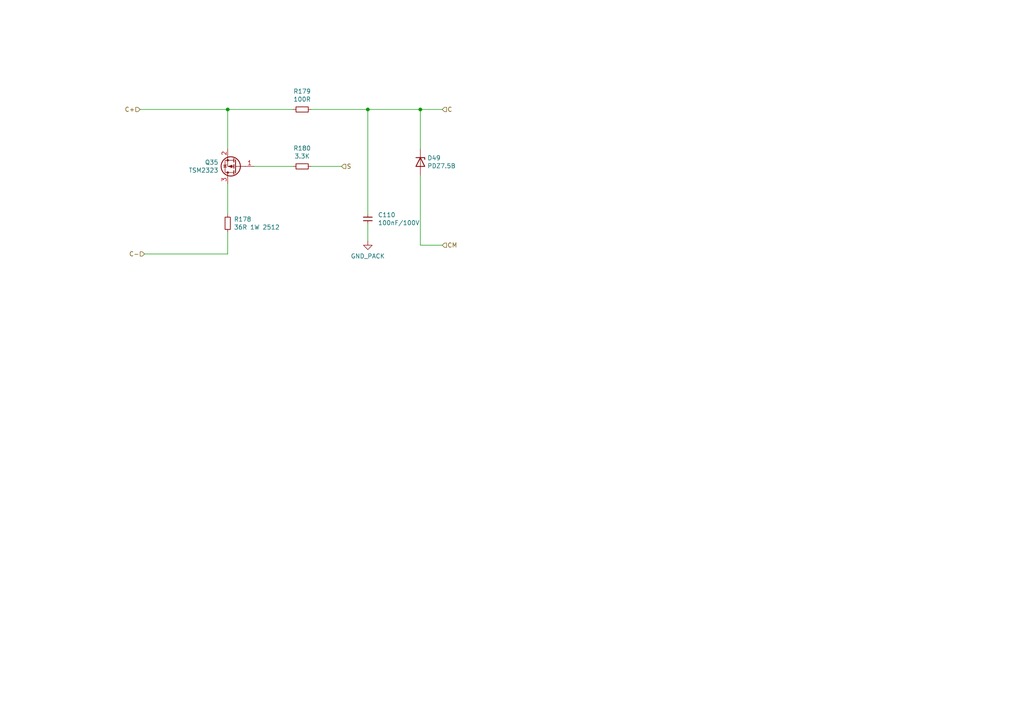
<source format=kicad_sch>
(kicad_sch
	(version 20231120)
	(generator "eeschema")
	(generator_version "8.0")
	(uuid "b617f54a-d595-416e-a403-41f59b27f156")
	(paper "A4")
	(title_block
		(date "2023-10-19")
		(rev "V0.1")
		(company "teTra")
	)
	(lib_symbols
		(symbol "Library:C"
			(pin_numbers hide)
			(pin_names
				(offset 0.254)
			)
			(exclude_from_sim no)
			(in_bom yes)
			(on_board yes)
			(property "Reference" "C"
				(at 0.635 2.54 0)
				(effects
					(font
						(size 1.27 1.27)
					)
					(justify left)
				)
			)
			(property "Value" "C"
				(at 0.635 -2.54 0)
				(effects
					(font
						(size 1.27 1.27)
					)
					(justify left)
				)
			)
			(property "Footprint" ""
				(at 0.9652 -3.81 0)
				(effects
					(font
						(size 1.27 1.27)
					)
					(hide yes)
				)
			)
			(property "Datasheet" "~"
				(at 0 0 0)
				(effects
					(font
						(size 1.27 1.27)
					)
					(hide yes)
				)
			)
			(property "Description" "Unpolarized capacitor"
				(at 0 0 0)
				(effects
					(font
						(size 1.27 1.27)
					)
					(hide yes)
				)
			)
			(property "ki_keywords" "cap capacitor"
				(at 0 0 0)
				(effects
					(font
						(size 1.27 1.27)
					)
					(hide yes)
				)
			)
			(property "ki_fp_filters" "C_*"
				(at 0 0 0)
				(effects
					(font
						(size 1.27 1.27)
					)
					(hide yes)
				)
			)
			(symbol "C_1_1"
				(polyline
					(pts
						(xy -1.27 -0.508) (xy 1.27 -0.508)
					)
					(stroke
						(width 0.254)
						(type default)
					)
					(fill
						(type none)
					)
				)
				(polyline
					(pts
						(xy -1.27 0.508) (xy 1.27 0.508)
					)
					(stroke
						(width 0.254)
						(type default)
					)
					(fill
						(type none)
					)
				)
				(pin passive line
					(at 0 1.27 270)
					(length 0.762)
					(name "~"
						(effects
							(font
								(size 1.27 1.27)
							)
						)
					)
					(number "1"
						(effects
							(font
								(size 1.27 1.27)
							)
						)
					)
				)
				(pin passive line
					(at 0 -1.27 90)
					(length 0.762)
					(name "~"
						(effects
							(font
								(size 1.27 1.27)
							)
						)
					)
					(number "2"
						(effects
							(font
								(size 1.27 1.27)
							)
						)
					)
				)
			)
		)
		(symbol "Library:D_Zener"
			(pin_numbers hide)
			(pin_names
				(offset 1.016) hide)
			(exclude_from_sim no)
			(in_bom yes)
			(on_board yes)
			(property "Reference" "D"
				(at 0 2.54 0)
				(effects
					(font
						(size 1.27 1.27)
					)
				)
			)
			(property "Value" "D_Zener"
				(at 0 -2.54 0)
				(effects
					(font
						(size 1.27 1.27)
					)
				)
			)
			(property "Footprint" ""
				(at 0 0 0)
				(effects
					(font
						(size 1.27 1.27)
					)
					(hide yes)
				)
			)
			(property "Datasheet" "~"
				(at 0 0 0)
				(effects
					(font
						(size 1.27 1.27)
					)
					(hide yes)
				)
			)
			(property "Description" "Zener diode"
				(at 0 0 0)
				(effects
					(font
						(size 1.27 1.27)
					)
					(hide yes)
				)
			)
			(property "ki_keywords" "diode"
				(at 0 0 0)
				(effects
					(font
						(size 1.27 1.27)
					)
					(hide yes)
				)
			)
			(property "ki_fp_filters" "TO-???* *_Diode_* *SingleDiode* D_*"
				(at 0 0 0)
				(effects
					(font
						(size 1.27 1.27)
					)
					(hide yes)
				)
			)
			(symbol "D_Zener_0_1"
				(polyline
					(pts
						(xy 1.27 0) (xy -1.27 0)
					)
					(stroke
						(width 0)
						(type default)
					)
					(fill
						(type none)
					)
				)
				(polyline
					(pts
						(xy -1.27 -1.27) (xy -1.27 1.27) (xy -0.762 1.27)
					)
					(stroke
						(width 0.254)
						(type default)
					)
					(fill
						(type none)
					)
				)
				(polyline
					(pts
						(xy 1.27 -1.27) (xy 1.27 1.27) (xy -1.27 0) (xy 1.27 -1.27)
					)
					(stroke
						(width 0.254)
						(type default)
					)
					(fill
						(type none)
					)
				)
			)
			(symbol "D_Zener_1_1"
				(pin passive line
					(at -3.81 0 0)
					(length 2.54)
					(name "K"
						(effects
							(font
								(size 1.27 1.27)
							)
						)
					)
					(number "1"
						(effects
							(font
								(size 1.27 1.27)
							)
						)
					)
				)
				(pin passive line
					(at 3.81 0 180)
					(length 2.54)
					(name "A"
						(effects
							(font
								(size 1.27 1.27)
							)
						)
					)
					(number "2"
						(effects
							(font
								(size 1.27 1.27)
							)
						)
					)
				)
			)
		)
		(symbol "Library:GND_PACK"
			(power)
			(pin_names
				(offset 0)
			)
			(exclude_from_sim no)
			(in_bom yes)
			(on_board yes)
			(property "Reference" "#PWR"
				(at 0 -6.35 0)
				(effects
					(font
						(size 1.27 1.27)
					)
					(hide yes)
				)
			)
			(property "Value" "GND_PACK"
				(at 0 -3.81 0)
				(effects
					(font
						(size 1.27 1.27)
					)
				)
			)
			(property "Footprint" ""
				(at 0 0 0)
				(effects
					(font
						(size 1.27 1.27)
					)
					(hide yes)
				)
			)
			(property "Datasheet" ""
				(at 0 0 0)
				(effects
					(font
						(size 1.27 1.27)
					)
					(hide yes)
				)
			)
			(property "Description" "Power symbol creates a global label with name \"GND_PACK\" , ground"
				(at 0 0 0)
				(effects
					(font
						(size 1.27 1.27)
					)
					(hide yes)
				)
			)
			(property "ki_keywords" "global power"
				(at 0 0 0)
				(effects
					(font
						(size 1.27 1.27)
					)
					(hide yes)
				)
			)
			(symbol "GND_PACK_0_1"
				(polyline
					(pts
						(xy 0 0) (xy 0 -1.27) (xy 1.27 -1.27) (xy 0 -2.54) (xy -1.27 -1.27) (xy 0 -1.27)
					)
					(stroke
						(width 0)
						(type default)
					)
					(fill
						(type none)
					)
				)
			)
			(symbol "GND_PACK_1_1"
				(pin power_in line
					(at 0 0 270)
					(length 0) hide
					(name "GND_PACK"
						(effects
							(font
								(size 1.27 1.27)
							)
						)
					)
					(number "1"
						(effects
							(font
								(size 1.27 1.27)
							)
						)
					)
				)
			)
		)
		(symbol "Library:Q_PMOS_GSD"
			(pin_names
				(offset 0) hide)
			(exclude_from_sim no)
			(in_bom yes)
			(on_board yes)
			(property "Reference" "Q"
				(at 5.08 1.27 0)
				(effects
					(font
						(size 1.27 1.27)
					)
					(justify left)
				)
			)
			(property "Value" "Q_PMOS_GSD"
				(at 5.08 -1.27 0)
				(effects
					(font
						(size 1.27 1.27)
					)
					(justify left)
				)
			)
			(property "Footprint" ""
				(at 5.08 2.54 0)
				(effects
					(font
						(size 1.27 1.27)
					)
					(hide yes)
				)
			)
			(property "Datasheet" "~"
				(at 0 0 0)
				(effects
					(font
						(size 1.27 1.27)
					)
					(hide yes)
				)
			)
			(property "Description" "P-MOSFET transistor, gate/source/drain"
				(at 0 0 0)
				(effects
					(font
						(size 1.27 1.27)
					)
					(hide yes)
				)
			)
			(property "ki_keywords" "transistor PMOS P-MOS P-MOSFET"
				(at 0 0 0)
				(effects
					(font
						(size 1.27 1.27)
					)
					(hide yes)
				)
			)
			(symbol "Q_PMOS_GSD_0_1"
				(polyline
					(pts
						(xy 0.254 0) (xy -2.54 0)
					)
					(stroke
						(width 0)
						(type default)
					)
					(fill
						(type none)
					)
				)
				(polyline
					(pts
						(xy 0.254 1.905) (xy 0.254 -1.905)
					)
					(stroke
						(width 0.254)
						(type default)
					)
					(fill
						(type none)
					)
				)
				(polyline
					(pts
						(xy 0.762 -1.27) (xy 0.762 -2.286)
					)
					(stroke
						(width 0.254)
						(type default)
					)
					(fill
						(type none)
					)
				)
				(polyline
					(pts
						(xy 0.762 0.508) (xy 0.762 -0.508)
					)
					(stroke
						(width 0.254)
						(type default)
					)
					(fill
						(type none)
					)
				)
				(polyline
					(pts
						(xy 0.762 2.286) (xy 0.762 1.27)
					)
					(stroke
						(width 0.254)
						(type default)
					)
					(fill
						(type none)
					)
				)
				(polyline
					(pts
						(xy 2.54 2.54) (xy 2.54 1.778)
					)
					(stroke
						(width 0)
						(type default)
					)
					(fill
						(type none)
					)
				)
				(polyline
					(pts
						(xy 2.54 -2.54) (xy 2.54 0) (xy 0.762 0)
					)
					(stroke
						(width 0)
						(type default)
					)
					(fill
						(type none)
					)
				)
				(polyline
					(pts
						(xy 0.762 1.778) (xy 3.302 1.778) (xy 3.302 -1.778) (xy 0.762 -1.778)
					)
					(stroke
						(width 0)
						(type default)
					)
					(fill
						(type none)
					)
				)
				(polyline
					(pts
						(xy 2.286 0) (xy 1.27 0.381) (xy 1.27 -0.381) (xy 2.286 0)
					)
					(stroke
						(width 0)
						(type default)
					)
					(fill
						(type outline)
					)
				)
				(polyline
					(pts
						(xy 2.794 -0.508) (xy 2.921 -0.381) (xy 3.683 -0.381) (xy 3.81 -0.254)
					)
					(stroke
						(width 0)
						(type default)
					)
					(fill
						(type none)
					)
				)
				(polyline
					(pts
						(xy 3.302 -0.381) (xy 2.921 0.254) (xy 3.683 0.254) (xy 3.302 -0.381)
					)
					(stroke
						(width 0)
						(type default)
					)
					(fill
						(type none)
					)
				)
				(circle
					(center 1.651 0)
					(radius 2.794)
					(stroke
						(width 0.254)
						(type default)
					)
					(fill
						(type none)
					)
				)
				(circle
					(center 2.54 -1.778)
					(radius 0.254)
					(stroke
						(width 0)
						(type default)
					)
					(fill
						(type outline)
					)
				)
				(circle
					(center 2.54 1.778)
					(radius 0.254)
					(stroke
						(width 0)
						(type default)
					)
					(fill
						(type outline)
					)
				)
			)
			(symbol "Q_PMOS_GSD_1_1"
				(pin input line
					(at -5.08 0 0)
					(length 2.54)
					(name "G"
						(effects
							(font
								(size 1.27 1.27)
							)
						)
					)
					(number "1"
						(effects
							(font
								(size 1.27 1.27)
							)
						)
					)
				)
				(pin passive line
					(at 2.54 -5.08 90)
					(length 2.54)
					(name "S"
						(effects
							(font
								(size 1.27 1.27)
							)
						)
					)
					(number "2"
						(effects
							(font
								(size 1.27 1.27)
							)
						)
					)
				)
				(pin passive line
					(at 2.54 5.08 270)
					(length 2.54)
					(name "D"
						(effects
							(font
								(size 1.27 1.27)
							)
						)
					)
					(number "3"
						(effects
							(font
								(size 1.27 1.27)
							)
						)
					)
				)
			)
		)
		(symbol "Library:R_Small"
			(pin_numbers hide)
			(pin_names
				(offset 0.254) hide)
			(exclude_from_sim no)
			(in_bom yes)
			(on_board yes)
			(property "Reference" "R"
				(at 0.762 0.508 0)
				(effects
					(font
						(size 1.27 1.27)
					)
					(justify left)
				)
			)
			(property "Value" "R_Small"
				(at 0.762 -1.016 0)
				(effects
					(font
						(size 1.27 1.27)
					)
					(justify left)
				)
			)
			(property "Footprint" ""
				(at 0 0 0)
				(effects
					(font
						(size 1.27 1.27)
					)
					(hide yes)
				)
			)
			(property "Datasheet" "~"
				(at 0 0 0)
				(effects
					(font
						(size 1.27 1.27)
					)
					(hide yes)
				)
			)
			(property "Description" "Resistor, small symbol"
				(at 0 0 0)
				(effects
					(font
						(size 1.27 1.27)
					)
					(hide yes)
				)
			)
			(property "ki_keywords" "R resistor"
				(at 0 0 0)
				(effects
					(font
						(size 1.27 1.27)
					)
					(hide yes)
				)
			)
			(property "ki_fp_filters" "R_*"
				(at 0 0 0)
				(effects
					(font
						(size 1.27 1.27)
					)
					(hide yes)
				)
			)
			(symbol "R_Small_0_1"
				(rectangle
					(start -0.762 1.778)
					(end 0.762 -1.778)
					(stroke
						(width 0.2032)
						(type default)
					)
					(fill
						(type none)
					)
				)
			)
			(symbol "R_Small_1_1"
				(pin passive line
					(at 0 2.54 270)
					(length 0.762)
					(name "~"
						(effects
							(font
								(size 1.27 1.27)
							)
						)
					)
					(number "1"
						(effects
							(font
								(size 1.27 1.27)
							)
						)
					)
				)
				(pin passive line
					(at 0 -2.54 90)
					(length 0.762)
					(name "~"
						(effects
							(font
								(size 1.27 1.27)
							)
						)
					)
					(number "2"
						(effects
							(font
								(size 1.27 1.27)
							)
						)
					)
				)
			)
		)
	)
	(junction
		(at 121.92 31.75)
		(diameter 0)
		(color 0 0 0 0)
		(uuid "5a41a0a9-4a65-4203-9379-8b75415dce6d")
	)
	(junction
		(at 106.68 31.75)
		(diameter 0)
		(color 0 0 0 0)
		(uuid "5f139e44-093e-43a7-a558-f20763f89a8f")
	)
	(junction
		(at 66.04 31.75)
		(diameter 0)
		(color 0 0 0 0)
		(uuid "b3215ab0-2cfc-4375-9f4b-50ddd3c00b07")
	)
	(wire
		(pts
			(xy 66.04 67.31) (xy 66.04 73.66)
		)
		(stroke
			(width 0)
			(type default)
		)
		(uuid "00449964-0469-4a40-8a7e-3261f8f4212d")
	)
	(wire
		(pts
			(xy 41.91 73.66) (xy 66.04 73.66)
		)
		(stroke
			(width 0)
			(type default)
		)
		(uuid "20aa87fc-cf9a-4f23-a711-cae9932a4116")
	)
	(wire
		(pts
			(xy 121.92 31.75) (xy 128.27 31.75)
		)
		(stroke
			(width 0)
			(type default)
		)
		(uuid "28efcf94-7f38-4e5a-9267-04afb8c9b61c")
	)
	(wire
		(pts
			(xy 106.68 31.75) (xy 106.68 62.23)
		)
		(stroke
			(width 0)
			(type default)
		)
		(uuid "3afca798-79e6-4583-9d91-d7af3342a090")
	)
	(wire
		(pts
			(xy 121.92 50.8) (xy 121.92 71.12)
		)
		(stroke
			(width 0)
			(type default)
		)
		(uuid "5d96c59a-744d-401f-b160-d49ad2c7fb37")
	)
	(wire
		(pts
			(xy 66.04 53.34) (xy 66.04 62.23)
		)
		(stroke
			(width 0)
			(type default)
		)
		(uuid "685fa693-2cd3-4577-ac16-caf4cb0af852")
	)
	(wire
		(pts
			(xy 90.17 48.26) (xy 99.06 48.26)
		)
		(stroke
			(width 0)
			(type default)
		)
		(uuid "980ada39-89b2-4e8d-ac5d-5e63b8225a22")
	)
	(wire
		(pts
			(xy 106.68 64.77) (xy 106.68 69.85)
		)
		(stroke
			(width 0)
			(type default)
		)
		(uuid "9e847583-a3ad-4aa2-b215-b0583e9cd0e7")
	)
	(wire
		(pts
			(xy 90.17 31.75) (xy 106.68 31.75)
		)
		(stroke
			(width 0)
			(type default)
		)
		(uuid "d50952f2-e7b8-4d22-94ed-f1fb55d03bc9")
	)
	(wire
		(pts
			(xy 121.92 71.12) (xy 128.27 71.12)
		)
		(stroke
			(width 0)
			(type default)
		)
		(uuid "e4f48ee0-1025-4c78-bcb3-94534fa4edbc")
	)
	(wire
		(pts
			(xy 106.68 31.75) (xy 121.92 31.75)
		)
		(stroke
			(width 0)
			(type default)
		)
		(uuid "e53e0e6b-cb7c-4c17-b15b-9cafe4dfdcbe")
	)
	(wire
		(pts
			(xy 66.04 31.75) (xy 66.04 43.18)
		)
		(stroke
			(width 0)
			(type default)
		)
		(uuid "e5b313e2-7811-4969-b2bd-2198c88a4048")
	)
	(wire
		(pts
			(xy 66.04 31.75) (xy 85.09 31.75)
		)
		(stroke
			(width 0)
			(type default)
		)
		(uuid "eb2cd8c9-4878-4dc2-a6ce-f0eb2d55dcc9")
	)
	(wire
		(pts
			(xy 40.64 31.75) (xy 66.04 31.75)
		)
		(stroke
			(width 0)
			(type default)
		)
		(uuid "f172ebd6-a074-4a52-9a82-d6e8207c0df7")
	)
	(wire
		(pts
			(xy 73.66 48.26) (xy 85.09 48.26)
		)
		(stroke
			(width 0)
			(type default)
		)
		(uuid "f6c39dd0-8257-4df2-8246-2b7c82daa4a9")
	)
	(wire
		(pts
			(xy 121.92 43.18) (xy 121.92 31.75)
		)
		(stroke
			(width 0)
			(type default)
		)
		(uuid "fdd47970-c072-4da4-8644-8bf011c6214b")
	)
	(hierarchical_label "S"
		(shape input)
		(at 99.06 48.26 0)
		(fields_autoplaced yes)
		(effects
			(font
				(size 1.27 1.27)
			)
			(justify left)
		)
		(uuid "4a6bbecf-03f6-4c06-bb2e-550e96c8bdbc")
	)
	(hierarchical_label "C"
		(shape input)
		(at 128.27 31.75 0)
		(fields_autoplaced yes)
		(effects
			(font
				(size 1.27 1.27)
			)
			(justify left)
		)
		(uuid "4d348356-9c8b-4d14-82b9-f6a543218144")
	)
	(hierarchical_label "C+"
		(shape input)
		(at 40.64 31.75 180)
		(fields_autoplaced yes)
		(effects
			(font
				(size 1.27 1.27)
			)
			(justify right)
		)
		(uuid "4dda22f8-6091-4ff5-af73-cb7c121ff4d7")
	)
	(hierarchical_label "C-"
		(shape input)
		(at 41.91 73.66 180)
		(fields_autoplaced yes)
		(effects
			(font
				(size 1.27 1.27)
			)
			(justify right)
		)
		(uuid "7558b255-b61b-4ec0-9d0f-5f1770b52780")
	)
	(hierarchical_label "CM"
		(shape input)
		(at 128.27 71.12 0)
		(fields_autoplaced yes)
		(effects
			(font
				(size 1.27 1.27)
			)
			(justify left)
		)
		(uuid "9cc79c65-54f9-43ba-9363-91facd3e8160")
	)
	(symbol
		(lib_id "Library:Q_PMOS_GSD")
		(at 68.58 48.26 180)
		(unit 1)
		(exclude_from_sim no)
		(in_bom yes)
		(on_board yes)
		(dnp no)
		(uuid "0521340c-6875-40b5-8f4e-658aa854575c")
		(property "Reference" "Q35"
			(at 63.373 47.0916 0)
			(effects
				(font
					(size 1.27 1.27)
				)
				(justify left)
			)
		)
		(property "Value" "TSM2323"
			(at 63.373 49.403 0)
			(effects
				(font
					(size 1.27 1.27)
				)
				(justify left)
			)
		)
		(property "Footprint" "Library:SOT-23"
			(at 63.5 50.8 0)
			(effects
				(font
					(size 1.27 1.27)
				)
				(hide yes)
			)
		)
		(property "Datasheet" "https://www.taiwansemi.com/assets/uploads/datasheet/TSM2323_F15.pdf"
			(at 68.58 48.26 0)
			(effects
				(font
					(size 1.27 1.27)
				)
				(hide yes)
			)
		)
		(property "Description" "P-Channel 20 V 4.7A (Ta) 1.25W (Ta) Surface Mount SOT-23"
			(at 68.58 48.26 0)
			(effects
				(font
					(size 1.27 1.27)
				)
				(hide yes)
			)
		)
		(property "MPN" "TSM2323CX RFG "
			(at 68.58 48.26 0)
			(effects
				(font
					(size 1.27 1.27)
				)
				(hide yes)
			)
		)
		(property "Link" "https://www.digikey.jp/en/products/detail/taiwan-semiconductor-corporation/TSM2323CX-RFG/7360264?s=N4IgTCBcDaICoGUCyYDMaDCANABAJQDEBxHEAXQF8g"
			(at 68.58 48.26 0)
			(effects
				(font
					(size 1.27 1.27)
				)
				(hide yes)
			)
		)
		(pin "1"
			(uuid "08f7f034-034c-4b79-9908-9ee9975e8cf3")
		)
		(pin "2"
			(uuid "a30abd4e-c9e7-4051-88c0-ad20bbda6b2e")
		)
		(pin "3"
			(uuid "d028f829-69ee-480d-b6be-d66d929a2d96")
		)
		(instances
			(project "LTC6811_ESP32_V5_Slaves"
				(path "/6a86ff6f-b159-4c4c-8a40-e732cc82e010/8dcdaece-7c1b-4629-ae51-205a4789978e/1dd4e547-fc35-4955-ac47-4747a0fc9442"
					(reference "Q35")
					(unit 1)
				)
				(path "/6a86ff6f-b159-4c4c-8a40-e732cc82e010/8dcdaece-7c1b-4629-ae51-205a4789978e/86f6d45a-5e24-49ba-a828-e7e0c9ed1174"
					(reference "Q39")
					(unit 1)
				)
				(path "/6a86ff6f-b159-4c4c-8a40-e732cc82e010/8dcdaece-7c1b-4629-ae51-205a4789978e/88fe1454-dda3-4245-bb35-f0cc9781ecd5"
					(reference "Q33")
					(unit 1)
				)
				(path "/6a86ff6f-b159-4c4c-8a40-e732cc82e010/8dcdaece-7c1b-4629-ae51-205a4789978e/9569fabc-8bc8-4778-93ad-569b511a6268"
					(reference "Q37")
					(unit 1)
				)
				(path "/6a86ff6f-b159-4c4c-8a40-e732cc82e010/8dcdaece-7c1b-4629-ae51-205a4789978e/960b0768-f2d3-43cf-bbbe-fa05cb3ec170"
					(reference "Q31")
					(unit 1)
				)
				(path "/6a86ff6f-b159-4c4c-8a40-e732cc82e010/8dcdaece-7c1b-4629-ae51-205a4789978e/ad53f63e-2814-4d4d-8759-4dd124725a25"
					(reference "Q36")
					(unit 1)
				)
				(path "/6a86ff6f-b159-4c4c-8a40-e732cc82e010/8dcdaece-7c1b-4629-ae51-205a4789978e/bf541923-54df-4690-b604-2afa5c7277ba"
					(reference "Q28")
					(unit 1)
				)
				(path "/6a86ff6f-b159-4c4c-8a40-e732cc82e010/8dcdaece-7c1b-4629-ae51-205a4789978e/cbb58d65-e757-4e3a-8f91-5c063223aea8"
					(reference "Q30")
					(unit 1)
				)
				(path "/6a86ff6f-b159-4c4c-8a40-e732cc82e010/8dcdaece-7c1b-4629-ae51-205a4789978e/cc04779a-ba7a-46c7-bef8-d77cc5c64922"
					(reference "Q38")
					(unit 1)
				)
				(path "/6a86ff6f-b159-4c4c-8a40-e732cc82e010/8dcdaece-7c1b-4629-ae51-205a4789978e/d4694858-a796-41db-832b-1867e540b3b3"
					(reference "Q32")
					(unit 1)
				)
				(path "/6a86ff6f-b159-4c4c-8a40-e732cc82e010/8dcdaece-7c1b-4629-ae51-205a4789978e/d9762028-d94c-4ba7-b7fe-bc0d1c4ef345"
					(reference "Q29")
					(unit 1)
				)
				(path "/6a86ff6f-b159-4c4c-8a40-e732cc82e010/8dcdaece-7c1b-4629-ae51-205a4789978e/e55a3fb5-5fd6-4081-9e8a-2425e26461bb"
					(reference "Q34")
					(unit 1)
				)
				(path "/6a86ff6f-b159-4c4c-8a40-e732cc82e010/bb601898-46c8-4403-885b-362bd798b157/1dd4e547-fc35-4955-ac47-4747a0fc9442"
					(reference "Q48")
					(unit 1)
				)
				(path "/6a86ff6f-b159-4c4c-8a40-e732cc82e010/bb601898-46c8-4403-885b-362bd798b157/86f6d45a-5e24-49ba-a828-e7e0c9ed1174"
					(reference "Q52")
					(unit 1)
				)
				(path "/6a86ff6f-b159-4c4c-8a40-e732cc82e010/bb601898-46c8-4403-885b-362bd798b157/88fe1454-dda3-4245-bb35-f0cc9781ecd5"
					(reference "Q46")
					(unit 1)
				)
				(path "/6a86ff6f-b159-4c4c-8a40-e732cc82e010/bb601898-46c8-4403-885b-362bd798b157/9569fabc-8bc8-4778-93ad-569b511a6268"
					(reference "Q50")
					(unit 1)
				)
				(path "/6a86ff6f-b159-4c4c-8a40-e732cc82e010/bb601898-46c8-4403-885b-362bd798b157/960b0768-f2d3-43cf-bbbe-fa05cb3ec170"
					(reference "Q44")
					(unit 1)
				)
				(path "/6a86ff6f-b159-4c4c-8a40-e732cc82e010/bb601898-46c8-4403-885b-362bd798b157/ad53f63e-2814-4d4d-8759-4dd124725a25"
					(reference "Q49")
					(unit 1)
				)
				(path "/6a86ff6f-b159-4c4c-8a40-e732cc82e010/bb601898-46c8-4403-885b-362bd798b157/bf541923-54df-4690-b604-2afa5c7277ba"
					(reference "Q41")
					(unit 1)
				)
				(path "/6a86ff6f-b159-4c4c-8a40-e732cc82e010/bb601898-46c8-4403-885b-362bd798b157/cbb58d65-e757-4e3a-8f91-5c063223aea8"
					(reference "Q43")
					(unit 1)
				)
				(path "/6a86ff6f-b159-4c4c-8a40-e732cc82e010/bb601898-46c8-4403-885b-362bd798b157/cc04779a-ba7a-46c7-bef8-d77cc5c64922"
					(reference "Q51")
					(unit 1)
				)
				(path "/6a86ff6f-b159-4c4c-8a40-e732cc82e010/bb601898-46c8-4403-885b-362bd798b157/d4694858-a796-41db-832b-1867e540b3b3"
					(reference "Q45")
					(unit 1)
				)
				(path "/6a86ff6f-b159-4c4c-8a40-e732cc82e010/bb601898-46c8-4403-885b-362bd798b157/d9762028-d94c-4ba7-b7fe-bc0d1c4ef345"
					(reference "Q42")
					(unit 1)
				)
				(path "/6a86ff6f-b159-4c4c-8a40-e732cc82e010/bb601898-46c8-4403-885b-362bd798b157/e55a3fb5-5fd6-4081-9e8a-2425e26461bb"
					(reference "Q47")
					(unit 1)
				)
			)
		)
	)
	(symbol
		(lib_id "Library:GND_PACK")
		(at 106.68 69.85 0)
		(unit 1)
		(exclude_from_sim no)
		(in_bom yes)
		(on_board yes)
		(dnp no)
		(fields_autoplaced yes)
		(uuid "5d892bb2-6629-460c-a20d-058cbe4979bb")
		(property "Reference" "#PWR038"
			(at 106.68 76.2 0)
			(effects
				(font
					(size 1.27 1.27)
				)
				(hide yes)
			)
		)
		(property "Value" "GND_PACK"
			(at 106.68 74.295 0)
			(effects
				(font
					(size 1.27 1.27)
				)
			)
		)
		(property "Footprint" ""
			(at 106.68 69.85 0)
			(effects
				(font
					(size 1.27 1.27)
				)
				(hide yes)
			)
		)
		(property "Datasheet" ""
			(at 106.68 69.85 0)
			(effects
				(font
					(size 1.27 1.27)
				)
				(hide yes)
			)
		)
		(property "Description" "Power symbol creates a global label with name \"GND_PACK\" , ground"
			(at 106.68 69.85 0)
			(effects
				(font
					(size 1.27 1.27)
				)
				(hide yes)
			)
		)
		(pin "1"
			(uuid "476d5975-0bed-42b7-ada0-168b83f14b65")
		)
		(instances
			(project "LTC6811_ESP32_V5_Slaves"
				(path "/6a86ff6f-b159-4c4c-8a40-e732cc82e010/8dcdaece-7c1b-4629-ae51-205a4789978e/1dd4e547-fc35-4955-ac47-4747a0fc9442"
					(reference "#PWR038")
					(unit 1)
				)
				(path "/6a86ff6f-b159-4c4c-8a40-e732cc82e010/8dcdaece-7c1b-4629-ae51-205a4789978e/86f6d45a-5e24-49ba-a828-e7e0c9ed1174"
					(reference "#PWR029")
					(unit 1)
				)
				(path "/6a86ff6f-b159-4c4c-8a40-e732cc82e010/8dcdaece-7c1b-4629-ae51-205a4789978e/88fe1454-dda3-4245-bb35-f0cc9781ecd5"
					(reference "#PWR033")
					(unit 1)
				)
				(path "/6a86ff6f-b159-4c4c-8a40-e732cc82e010/8dcdaece-7c1b-4629-ae51-205a4789978e/9569fabc-8bc8-4778-93ad-569b511a6268"
					(reference "#PWR031")
					(unit 1)
				)
				(path "/6a86ff6f-b159-4c4c-8a40-e732cc82e010/8dcdaece-7c1b-4629-ae51-205a4789978e/960b0768-f2d3-43cf-bbbe-fa05cb3ec170"
					(reference "#PWR035")
					(unit 1)
				)
				(path "/6a86ff6f-b159-4c4c-8a40-e732cc82e010/8dcdaece-7c1b-4629-ae51-205a4789978e/ad53f63e-2814-4d4d-8759-4dd124725a25"
					(reference "#PWR032")
					(unit 1)
				)
				(path "/6a86ff6f-b159-4c4c-8a40-e732cc82e010/8dcdaece-7c1b-4629-ae51-205a4789978e/bf541923-54df-4690-b604-2afa5c7277ba"
					(reference "#PWR040")
					(unit 1)
				)
				(path "/6a86ff6f-b159-4c4c-8a40-e732cc82e010/8dcdaece-7c1b-4629-ae51-205a4789978e/cbb58d65-e757-4e3a-8f91-5c063223aea8"
					(reference "#PWR036")
					(unit 1)
				)
				(path "/6a86ff6f-b159-4c4c-8a40-e732cc82e010/8dcdaece-7c1b-4629-ae51-205a4789978e/cc04779a-ba7a-46c7-bef8-d77cc5c64922"
					(reference "#PWR030")
					(unit 1)
				)
				(path "/6a86ff6f-b159-4c4c-8a40-e732cc82e010/8dcdaece-7c1b-4629-ae51-205a4789978e/d4694858-a796-41db-832b-1867e540b3b3"
					(reference "#PWR034")
					(unit 1)
				)
				(path "/6a86ff6f-b159-4c4c-8a40-e732cc82e010/8dcdaece-7c1b-4629-ae51-205a4789978e/d9762028-d94c-4ba7-b7fe-bc0d1c4ef345"
					(reference "#PWR039")
					(unit 1)
				)
				(path "/6a86ff6f-b159-4c4c-8a40-e732cc82e010/8dcdaece-7c1b-4629-ae51-205a4789978e/e55a3fb5-5fd6-4081-9e8a-2425e26461bb"
					(reference "#PWR037")
					(unit 1)
				)
				(path "/6a86ff6f-b159-4c4c-8a40-e732cc82e010/bb601898-46c8-4403-885b-362bd798b157/1dd4e547-fc35-4955-ac47-4747a0fc9442"
					(reference "#PWR050")
					(unit 1)
				)
				(path "/6a86ff6f-b159-4c4c-8a40-e732cc82e010/bb601898-46c8-4403-885b-362bd798b157/86f6d45a-5e24-49ba-a828-e7e0c9ed1174"
					(reference "#PWR041")
					(unit 1)
				)
				(path "/6a86ff6f-b159-4c4c-8a40-e732cc82e010/bb601898-46c8-4403-885b-362bd798b157/88fe1454-dda3-4245-bb35-f0cc9781ecd5"
					(reference "#PWR045")
					(unit 1)
				)
				(path "/6a86ff6f-b159-4c4c-8a40-e732cc82e010/bb601898-46c8-4403-885b-362bd798b157/9569fabc-8bc8-4778-93ad-569b511a6268"
					(reference "#PWR043")
					(unit 1)
				)
				(path "/6a86ff6f-b159-4c4c-8a40-e732cc82e010/bb601898-46c8-4403-885b-362bd798b157/960b0768-f2d3-43cf-bbbe-fa05cb3ec170"
					(reference "#PWR047")
					(unit 1)
				)
				(path "/6a86ff6f-b159-4c4c-8a40-e732cc82e010/bb601898-46c8-4403-885b-362bd798b157/ad53f63e-2814-4d4d-8759-4dd124725a25"
					(reference "#PWR044")
					(unit 1)
				)
				(path "/6a86ff6f-b159-4c4c-8a40-e732cc82e010/bb601898-46c8-4403-885b-362bd798b157/bf541923-54df-4690-b604-2afa5c7277ba"
					(reference "#PWR052")
					(unit 1)
				)
				(path "/6a86ff6f-b159-4c4c-8a40-e732cc82e010/bb601898-46c8-4403-885b-362bd798b157/cbb58d65-e757-4e3a-8f91-5c063223aea8"
					(reference "#PWR048")
					(unit 1)
				)
				(path "/6a86ff6f-b159-4c4c-8a40-e732cc82e010/bb601898-46c8-4403-885b-362bd798b157/cc04779a-ba7a-46c7-bef8-d77cc5c64922"
					(reference "#PWR042")
					(unit 1)
				)
				(path "/6a86ff6f-b159-4c4c-8a40-e732cc82e010/bb601898-46c8-4403-885b-362bd798b157/d4694858-a796-41db-832b-1867e540b3b3"
					(reference "#PWR046")
					(unit 1)
				)
				(path "/6a86ff6f-b159-4c4c-8a40-e732cc82e010/bb601898-46c8-4403-885b-362bd798b157/d9762028-d94c-4ba7-b7fe-bc0d1c4ef345"
					(reference "#PWR051")
					(unit 1)
				)
				(path "/6a86ff6f-b159-4c4c-8a40-e732cc82e010/bb601898-46c8-4403-885b-362bd798b157/e55a3fb5-5fd6-4081-9e8a-2425e26461bb"
					(reference "#PWR049")
					(unit 1)
				)
			)
		)
	)
	(symbol
		(lib_id "Library:R_Small")
		(at 87.63 48.26 270)
		(unit 1)
		(exclude_from_sim no)
		(in_bom yes)
		(on_board yes)
		(dnp no)
		(uuid "5f2a1073-76ab-46f5-9581-e7e19e53c38d")
		(property "Reference" "R180"
			(at 87.63 43.0022 90)
			(effects
				(font
					(size 1.27 1.27)
				)
			)
		)
		(property "Value" "3.3K"
			(at 87.63 45.3136 90)
			(effects
				(font
					(size 1.27 1.27)
				)
			)
		)
		(property "Footprint" "Library:R_0603_1608Metric"
			(at 87.63 46.482 90)
			(effects
				(font
					(size 1.27 1.27)
				)
				(hide yes)
			)
		)
		(property "Datasheet" "https://www.yageo.com/upload/media/product/app/datasheet/rchip/pyu-rc_group_51_rohs_l.pdf"
			(at 87.63 48.26 0)
			(effects
				(font
					(size 1.27 1.27)
				)
				(hide yes)
			)
		)
		(property "Description" "3.3 kOhms ±1% 0.1W, 1/10W Chip Resistor 0603 (1608 Metric) Moisture Resistant Thick Film"
			(at 87.63 48.26 0)
			(effects
				(font
					(size 1.27 1.27)
				)
				(hide yes)
			)
		)
		(property "MPN" "RC0603FR-073K3L"
			(at 87.63 48.26 0)
			(effects
				(font
					(size 1.27 1.27)
				)
				(hide yes)
			)
		)
		(property "Link" "https://www.digikey.jp/en/products/detail/yageo/RC0603FR-073K3L/727126?s=N4IgTCBcDaIEoGEAMA2JBmAYnAtEg7OgNboAyIAugL5A"
			(at 87.63 48.26 0)
			(effects
				(font
					(size 1.27 1.27)
				)
				(hide yes)
			)
		)
		(pin "1"
			(uuid "f3d646c9-626a-45c7-a32d-e720a57389f4")
		)
		(pin "2"
			(uuid "7e9227a0-fab1-412e-9cd4-f589bb6dc6c1")
		)
		(instances
			(project "LTC6811_ESP32_V5_Slaves"
				(path "/6a86ff6f-b159-4c4c-8a40-e732cc82e010/8dcdaece-7c1b-4629-ae51-205a4789978e/1dd4e547-fc35-4955-ac47-4747a0fc9442"
					(reference "R180")
					(unit 1)
				)
				(path "/6a86ff6f-b159-4c4c-8a40-e732cc82e010/8dcdaece-7c1b-4629-ae51-205a4789978e/86f6d45a-5e24-49ba-a828-e7e0c9ed1174"
					(reference "R192")
					(unit 1)
				)
				(path "/6a86ff6f-b159-4c4c-8a40-e732cc82e010/8dcdaece-7c1b-4629-ae51-205a4789978e/88fe1454-dda3-4245-bb35-f0cc9781ecd5"
					(reference "R174")
					(unit 1)
				)
				(path "/6a86ff6f-b159-4c4c-8a40-e732cc82e010/8dcdaece-7c1b-4629-ae51-205a4789978e/9569fabc-8bc8-4778-93ad-569b511a6268"
					(reference "R186")
					(unit 1)
				)
				(path "/6a86ff6f-b159-4c4c-8a40-e732cc82e010/8dcdaece-7c1b-4629-ae51-205a4789978e/960b0768-f2d3-43cf-bbbe-fa05cb3ec170"
					(reference "R168")
					(unit 1)
				)
				(path "/6a86ff6f-b159-4c4c-8a40-e732cc82e010/8dcdaece-7c1b-4629-ae51-205a4789978e/ad53f63e-2814-4d4d-8759-4dd124725a25"
					(reference "R183")
					(unit 1)
				)
				(path "/6a86ff6f-b159-4c4c-8a40-e732cc82e010/8dcdaece-7c1b-4629-ae51-205a4789978e/bf541923-54df-4690-b604-2afa5c7277ba"
					(reference "R159")
					(unit 1)
				)
				(path "/6a86ff6f-b159-4c4c-8a40-e732cc82e010/8dcdaece-7c1b-4629-ae51-205a4789978e/cbb58d65-e757-4e3a-8f91-5c063223aea8"
					(reference "R165")
					(unit 1)
				)
				(path "/6a86ff6f-b159-4c4c-8a40-e732cc82e010/8dcdaece-7c1b-4629-ae51-205a4789978e/cc04779a-ba7a-46c7-bef8-d77cc5c64922"
					(reference "R189")
					(unit 1)
				)
				(path "/6a86ff6f-b159-4c4c-8a40-e732cc82e010/8dcdaece-7c1b-4629-ae51-205a4789978e/d4694858-a796-41db-832b-1867e540b3b3"
					(reference "R171")
					(unit 1)
				)
				(path "/6a86ff6f-b159-4c4c-8a40-e732cc82e010/8dcdaece-7c1b-4629-ae51-205a4789978e/d9762028-d94c-4ba7-b7fe-bc0d1c4ef345"
					(reference "R162")
					(unit 1)
				)
				(path "/6a86ff6f-b159-4c4c-8a40-e732cc82e010/8dcdaece-7c1b-4629-ae51-205a4789978e/e55a3fb5-5fd6-4081-9e8a-2425e26461bb"
					(reference "R177")
					(unit 1)
				)
				(path "/6a86ff6f-b159-4c4c-8a40-e732cc82e010/bb601898-46c8-4403-885b-362bd798b157/1dd4e547-fc35-4955-ac47-4747a0fc9442"
					(reference "R231")
					(unit 1)
				)
				(path "/6a86ff6f-b159-4c4c-8a40-e732cc82e010/bb601898-46c8-4403-885b-362bd798b157/86f6d45a-5e24-49ba-a828-e7e0c9ed1174"
					(reference "R243")
					(unit 1)
				)
				(path "/6a86ff6f-b159-4c4c-8a40-e732cc82e010/bb601898-46c8-4403-885b-362bd798b157/88fe1454-dda3-4245-bb35-f0cc9781ecd5"
					(reference "R225")
					(unit 1)
				)
				(path "/6a86ff6f-b159-4c4c-8a40-e732cc82e010/bb601898-46c8-4403-885b-362bd798b157/9569fabc-8bc8-4778-93ad-569b511a6268"
					(reference "R237")
					(unit 1)
				)
				(path "/6a86ff6f-b159-4c4c-8a40-e732cc82e010/bb601898-46c8-4403-885b-362bd798b157/960b0768-f2d3-43cf-bbbe-fa05cb3ec170"
					(reference "R219")
					(unit 1)
				)
				(path "/6a86ff6f-b159-4c4c-8a40-e732cc82e010/bb601898-46c8-4403-885b-362bd798b157/ad53f63e-2814-4d4d-8759-4dd124725a25"
					(reference "R234")
					(unit 1)
				)
				(path "/6a86ff6f-b159-4c4c-8a40-e732cc82e010/bb601898-46c8-4403-885b-362bd798b157/bf541923-54df-4690-b604-2afa5c7277ba"
					(reference "R210")
					(unit 1)
				)
				(path "/6a86ff6f-b159-4c4c-8a40-e732cc82e010/bb601898-46c8-4403-885b-362bd798b157/cbb58d65-e757-4e3a-8f91-5c063223aea8"
					(reference "R216")
					(unit 1)
				)
				(path "/6a86ff6f-b159-4c4c-8a40-e732cc82e010/bb601898-46c8-4403-885b-362bd798b157/cc04779a-ba7a-46c7-bef8-d77cc5c64922"
					(reference "R240")
					(unit 1)
				)
				(path "/6a86ff6f-b159-4c4c-8a40-e732cc82e010/bb601898-46c8-4403-885b-362bd798b157/d4694858-a796-41db-832b-1867e540b3b3"
					(reference "R222")
					(unit 1)
				)
				(path "/6a86ff6f-b159-4c4c-8a40-e732cc82e010/bb601898-46c8-4403-885b-362bd798b157/d9762028-d94c-4ba7-b7fe-bc0d1c4ef345"
					(reference "R213")
					(unit 1)
				)
				(path "/6a86ff6f-b159-4c4c-8a40-e732cc82e010/bb601898-46c8-4403-885b-362bd798b157/e55a3fb5-5fd6-4081-9e8a-2425e26461bb"
					(reference "R228")
					(unit 1)
				)
			)
		)
	)
	(symbol
		(lib_id "Library:C")
		(at 106.68 63.5 0)
		(unit 1)
		(exclude_from_sim no)
		(in_bom yes)
		(on_board yes)
		(dnp no)
		(uuid "b6a6273f-7685-4248-b1db-9f35a32326fb")
		(property "Reference" "C110"
			(at 109.601 62.3316 0)
			(effects
				(font
					(size 1.27 1.27)
				)
				(justify left)
			)
		)
		(property "Value" "100nF/100V"
			(at 109.601 64.643 0)
			(effects
				(font
					(size 1.27 1.27)
				)
				(justify left)
			)
		)
		(property "Footprint" "Library:C_0603_1608Metric"
			(at 107.6452 67.31 0)
			(effects
				(font
					(size 1.27 1.27)
				)
				(hide yes)
			)
		)
		(property "Datasheet" "https://www.digikey.jp/en/products/detail/samsung-electro-mechanics/CL10B104KC8NNNC/5961291?s=N4IgTCBcDaIMIBkCMAGAQqgLAaTgDgDki4AdEkAXQF8g"
			(at 106.68 63.5 0)
			(effects
				(font
					(size 1.27 1.27)
				)
				(hide yes)
			)
		)
		(property "Description" "0.1 µF ±10% 100V Ceramic Capacitor X7R 0603 (1608 Metric)"
			(at 106.68 63.5 0)
			(effects
				(font
					(size 1.27 1.27)
				)
				(hide yes)
			)
		)
		(property "MPN" "CL10B104KC8NNNC"
			(at 106.68 63.5 0)
			(effects
				(font
					(size 1.27 1.27)
				)
				(hide yes)
			)
		)
		(property "Link" "https://www.digikey.jp/en/products/detail/samsung-electro-mechanics/CL10B104KC8NNNC/5961291?s=N4IgTCBcDaIMIBkCMAGAQqgLAaTgDgDki4QBdAXyA"
			(at 106.68 63.5 0)
			(effects
				(font
					(size 1.27 1.27)
				)
				(hide yes)
			)
		)
		(pin "1"
			(uuid "07203b6f-30c8-4884-8df6-95dac3aeb4ac")
		)
		(pin "2"
			(uuid "5dbc106d-00d8-4be2-9049-6e5e901c98ed")
		)
		(instances
			(project "LTC6811_ESP32_V5_Slaves"
				(path "/6a86ff6f-b159-4c4c-8a40-e732cc82e010/8dcdaece-7c1b-4629-ae51-205a4789978e/1dd4e547-fc35-4955-ac47-4747a0fc9442"
					(reference "C110")
					(unit 1)
				)
				(path "/6a86ff6f-b159-4c4c-8a40-e732cc82e010/8dcdaece-7c1b-4629-ae51-205a4789978e/86f6d45a-5e24-49ba-a828-e7e0c9ed1174"
					(reference "C114")
					(unit 1)
				)
				(path "/6a86ff6f-b159-4c4c-8a40-e732cc82e010/8dcdaece-7c1b-4629-ae51-205a4789978e/88fe1454-dda3-4245-bb35-f0cc9781ecd5"
					(reference "C108")
					(unit 1)
				)
				(path "/6a86ff6f-b159-4c4c-8a40-e732cc82e010/8dcdaece-7c1b-4629-ae51-205a4789978e/9569fabc-8bc8-4778-93ad-569b511a6268"
					(reference "C112")
					(unit 1)
				)
				(path "/6a86ff6f-b159-4c4c-8a40-e732cc82e010/8dcdaece-7c1b-4629-ae51-205a4789978e/960b0768-f2d3-43cf-bbbe-fa05cb3ec170"
					(reference "C106")
					(unit 1)
				)
				(path "/6a86ff6f-b159-4c4c-8a40-e732cc82e010/8dcdaece-7c1b-4629-ae51-205a4789978e/ad53f63e-2814-4d4d-8759-4dd124725a25"
					(reference "C111")
					(unit 1)
				)
				(path "/6a86ff6f-b159-4c4c-8a40-e732cc82e010/8dcdaece-7c1b-4629-ae51-205a4789978e/bf541923-54df-4690-b604-2afa5c7277ba"
					(reference "C103")
					(unit 1)
				)
				(path "/6a86ff6f-b159-4c4c-8a40-e732cc82e010/8dcdaece-7c1b-4629-ae51-205a4789978e/cbb58d65-e757-4e3a-8f91-5c063223aea8"
					(reference "C105")
					(unit 1)
				)
				(path "/6a86ff6f-b159-4c4c-8a40-e732cc82e010/8dcdaece-7c1b-4629-ae51-205a4789978e/cc04779a-ba7a-46c7-bef8-d77cc5c64922"
					(reference "C113")
					(unit 1)
				)
				(path "/6a86ff6f-b159-4c4c-8a40-e732cc82e010/8dcdaece-7c1b-4629-ae51-205a4789978e/d4694858-a796-41db-832b-1867e540b3b3"
					(reference "C107")
					(unit 1)
				)
				(path "/6a86ff6f-b159-4c4c-8a40-e732cc82e010/8dcdaece-7c1b-4629-ae51-205a4789978e/d9762028-d94c-4ba7-b7fe-bc0d1c4ef345"
					(reference "C104")
					(unit 1)
				)
				(path "/6a86ff6f-b159-4c4c-8a40-e732cc82e010/8dcdaece-7c1b-4629-ae51-205a4789978e/e55a3fb5-5fd6-4081-9e8a-2425e26461bb"
					(reference "C109")
					(unit 1)
				)
				(path "/6a86ff6f-b159-4c4c-8a40-e732cc82e010/bb601898-46c8-4403-885b-362bd798b157/1dd4e547-fc35-4955-ac47-4747a0fc9442"
					(reference "C136")
					(unit 1)
				)
				(path "/6a86ff6f-b159-4c4c-8a40-e732cc82e010/bb601898-46c8-4403-885b-362bd798b157/86f6d45a-5e24-49ba-a828-e7e0c9ed1174"
					(reference "C140")
					(unit 1)
				)
				(path "/6a86ff6f-b159-4c4c-8a40-e732cc82e010/bb601898-46c8-4403-885b-362bd798b157/88fe1454-dda3-4245-bb35-f0cc9781ecd5"
					(reference "C134")
					(unit 1)
				)
				(path "/6a86ff6f-b159-4c4c-8a40-e732cc82e010/bb601898-46c8-4403-885b-362bd798b157/9569fabc-8bc8-4778-93ad-569b511a6268"
					(reference "C138")
					(unit 1)
				)
				(path "/6a86ff6f-b159-4c4c-8a40-e732cc82e010/bb601898-46c8-4403-885b-362bd798b157/960b0768-f2d3-43cf-bbbe-fa05cb3ec170"
					(reference "C132")
					(unit 1)
				)
				(path "/6a86ff6f-b159-4c4c-8a40-e732cc82e010/bb601898-46c8-4403-885b-362bd798b157/ad53f63e-2814-4d4d-8759-4dd124725a25"
					(reference "C137")
					(unit 1)
				)
				(path "/6a86ff6f-b159-4c4c-8a40-e732cc82e010/bb601898-46c8-4403-885b-362bd798b157/bf541923-54df-4690-b604-2afa5c7277ba"
					(reference "C129")
					(unit 1)
				)
				(path "/6a86ff6f-b159-4c4c-8a40-e732cc82e010/bb601898-46c8-4403-885b-362bd798b157/cbb58d65-e757-4e3a-8f91-5c063223aea8"
					(reference "C131")
					(unit 1)
				)
				(path "/6a86ff6f-b159-4c4c-8a40-e732cc82e010/bb601898-46c8-4403-885b-362bd798b157/cc04779a-ba7a-46c7-bef8-d77cc5c64922"
					(reference "C139")
					(unit 1)
				)
				(path "/6a86ff6f-b159-4c4c-8a40-e732cc82e010/bb601898-46c8-4403-885b-362bd798b157/d4694858-a796-41db-832b-1867e540b3b3"
					(reference "C133")
					(unit 1)
				)
				(path "/6a86ff6f-b159-4c4c-8a40-e732cc82e010/bb601898-46c8-4403-885b-362bd798b157/d9762028-d94c-4ba7-b7fe-bc0d1c4ef345"
					(reference "C130")
					(unit 1)
				)
				(path "/6a86ff6f-b159-4c4c-8a40-e732cc82e010/bb601898-46c8-4403-885b-362bd798b157/e55a3fb5-5fd6-4081-9e8a-2425e26461bb"
					(reference "C135")
					(unit 1)
				)
			)
		)
	)
	(symbol
		(lib_id "Library:R_Small")
		(at 66.04 64.77 180)
		(unit 1)
		(exclude_from_sim no)
		(in_bom yes)
		(on_board yes)
		(dnp no)
		(uuid "cf86cc3e-0bf9-498f-9c39-5ddc44f31eaf")
		(property "Reference" "R178"
			(at 67.818 63.6016 0)
			(effects
				(font
					(size 1.27 1.27)
				)
				(justify right)
			)
		)
		(property "Value" "36R 1W 2512"
			(at 67.818 65.913 0)
			(effects
				(font
					(size 1.27 1.27)
				)
				(justify right)
			)
		)
		(property "Footprint" "Library:R_2512_6332Metric"
			(at 67.818 64.77 90)
			(effects
				(font
					(size 1.27 1.27)
				)
				(hide yes)
			)
		)
		(property "Datasheet" "https://www.seielect.com/catalog/sei-rmcf_rmcp.pdf"
			(at 66.04 64.77 0)
			(effects
				(font
					(size 1.27 1.27)
				)
				(hide yes)
			)
		)
		(property "Description" "36 Ohms ±5% 1W Chip Resistor 2512 (6432 Metric) Automotive AEC-Q200 Thick Film"
			(at 66.04 64.77 0)
			(effects
				(font
					(size 1.27 1.27)
				)
				(hide yes)
			)
		)
		(property "MPN" "RTT25360JTE"
			(at 66.04 64.77 0)
			(effects
				(font
					(size 1.27 1.27)
				)
				(hide yes)
			)
		)
		(property "Link" "https://www.digikey.jp/en/products/detail/stackpole-electronics-inc/RMCF2512JT36R0/1716346"
			(at 66.04 64.77 0)
			(effects
				(font
					(size 1.27 1.27)
				)
				(hide yes)
			)
		)
		(pin "1"
			(uuid "fe704622-4778-4911-9fbb-cd8d6abdf2c7")
		)
		(pin "2"
			(uuid "a438a38c-abfb-4dd4-8315-c593227130c1")
		)
		(instances
			(project "LTC6811_ESP32_V5_Slaves"
				(path "/6a86ff6f-b159-4c4c-8a40-e732cc82e010/8dcdaece-7c1b-4629-ae51-205a4789978e/1dd4e547-fc35-4955-ac47-4747a0fc9442"
					(reference "R178")
					(unit 1)
				)
				(path "/6a86ff6f-b159-4c4c-8a40-e732cc82e010/8dcdaece-7c1b-4629-ae51-205a4789978e/86f6d45a-5e24-49ba-a828-e7e0c9ed1174"
					(reference "R190")
					(unit 1)
				)
				(path "/6a86ff6f-b159-4c4c-8a40-e732cc82e010/8dcdaece-7c1b-4629-ae51-205a4789978e/88fe1454-dda3-4245-bb35-f0cc9781ecd5"
					(reference "R172")
					(unit 1)
				)
				(path "/6a86ff6f-b159-4c4c-8a40-e732cc82e010/8dcdaece-7c1b-4629-ae51-205a4789978e/9569fabc-8bc8-4778-93ad-569b511a6268"
					(reference "R184")
					(unit 1)
				)
				(path "/6a86ff6f-b159-4c4c-8a40-e732cc82e010/8dcdaece-7c1b-4629-ae51-205a4789978e/960b0768-f2d3-43cf-bbbe-fa05cb3ec170"
					(reference "R166")
					(unit 1)
				)
				(path "/6a86ff6f-b159-4c4c-8a40-e732cc82e010/8dcdaece-7c1b-4629-ae51-205a4789978e/ad53f63e-2814-4d4d-8759-4dd124725a25"
					(reference "R181")
					(unit 1)
				)
				(path "/6a86ff6f-b159-4c4c-8a40-e732cc82e010/8dcdaece-7c1b-4629-ae51-205a4789978e/bf541923-54df-4690-b604-2afa5c7277ba"
					(reference "R157")
					(unit 1)
				)
				(path "/6a86ff6f-b159-4c4c-8a40-e732cc82e010/8dcdaece-7c1b-4629-ae51-205a4789978e/cbb58d65-e757-4e3a-8f91-5c063223aea8"
					(reference "R163")
					(unit 1)
				)
				(path "/6a86ff6f-b159-4c4c-8a40-e732cc82e010/8dcdaece-7c1b-4629-ae51-205a4789978e/cc04779a-ba7a-46c7-bef8-d77cc5c64922"
					(reference "R187")
					(unit 1)
				)
				(path "/6a86ff6f-b159-4c4c-8a40-e732cc82e010/8dcdaece-7c1b-4629-ae51-205a4789978e/d4694858-a796-41db-832b-1867e540b3b3"
					(reference "R169")
					(unit 1)
				)
				(path "/6a86ff6f-b159-4c4c-8a40-e732cc82e010/8dcdaece-7c1b-4629-ae51-205a4789978e/d9762028-d94c-4ba7-b7fe-bc0d1c4ef345"
					(reference "R160")
					(unit 1)
				)
				(path "/6a86ff6f-b159-4c4c-8a40-e732cc82e010/8dcdaece-7c1b-4629-ae51-205a4789978e/e55a3fb5-5fd6-4081-9e8a-2425e26461bb"
					(reference "R175")
					(unit 1)
				)
				(path "/6a86ff6f-b159-4c4c-8a40-e732cc82e010/bb601898-46c8-4403-885b-362bd798b157/1dd4e547-fc35-4955-ac47-4747a0fc9442"
					(reference "R229")
					(unit 1)
				)
				(path "/6a86ff6f-b159-4c4c-8a40-e732cc82e010/bb601898-46c8-4403-885b-362bd798b157/86f6d45a-5e24-49ba-a828-e7e0c9ed1174"
					(reference "R241")
					(unit 1)
				)
				(path "/6a86ff6f-b159-4c4c-8a40-e732cc82e010/bb601898-46c8-4403-885b-362bd798b157/88fe1454-dda3-4245-bb35-f0cc9781ecd5"
					(reference "R223")
					(unit 1)
				)
				(path "/6a86ff6f-b159-4c4c-8a40-e732cc82e010/bb601898-46c8-4403-885b-362bd798b157/9569fabc-8bc8-4778-93ad-569b511a6268"
					(reference "R235")
					(unit 1)
				)
				(path "/6a86ff6f-b159-4c4c-8a40-e732cc82e010/bb601898-46c8-4403-885b-362bd798b157/960b0768-f2d3-43cf-bbbe-fa05cb3ec170"
					(reference "R217")
					(unit 1)
				)
				(path "/6a86ff6f-b159-4c4c-8a40-e732cc82e010/bb601898-46c8-4403-885b-362bd798b157/ad53f63e-2814-4d4d-8759-4dd124725a25"
					(reference "R232")
					(unit 1)
				)
				(path "/6a86ff6f-b159-4c4c-8a40-e732cc82e010/bb601898-46c8-4403-885b-362bd798b157/bf541923-54df-4690-b604-2afa5c7277ba"
					(reference "R208")
					(unit 1)
				)
				(path "/6a86ff6f-b159-4c4c-8a40-e732cc82e010/bb601898-46c8-4403-885b-362bd798b157/cbb58d65-e757-4e3a-8f91-5c063223aea8"
					(reference "R214")
					(unit 1)
				)
				(path "/6a86ff6f-b159-4c4c-8a40-e732cc82e010/bb601898-46c8-4403-885b-362bd798b157/cc04779a-ba7a-46c7-bef8-d77cc5c64922"
					(reference "R238")
					(unit 1)
				)
				(path "/6a86ff6f-b159-4c4c-8a40-e732cc82e010/bb601898-46c8-4403-885b-362bd798b157/d4694858-a796-41db-832b-1867e540b3b3"
					(reference "R220")
					(unit 1)
				)
				(path "/6a86ff6f-b159-4c4c-8a40-e732cc82e010/bb601898-46c8-4403-885b-362bd798b157/d9762028-d94c-4ba7-b7fe-bc0d1c4ef345"
					(reference "R211")
					(unit 1)
				)
				(path "/6a86ff6f-b159-4c4c-8a40-e732cc82e010/bb601898-46c8-4403-885b-362bd798b157/e55a3fb5-5fd6-4081-9e8a-2425e26461bb"
					(reference "R226")
					(unit 1)
				)
			)
		)
	)
	(symbol
		(lib_id "Library:D_Zener")
		(at 121.92 46.99 270)
		(unit 1)
		(exclude_from_sim no)
		(in_bom yes)
		(on_board yes)
		(dnp no)
		(uuid "e9f8dff2-0f77-410d-90a4-ff6b6cb1f514")
		(property "Reference" "D49"
			(at 123.9266 45.8216 90)
			(effects
				(font
					(size 1.27 1.27)
				)
				(justify left)
			)
		)
		(property "Value" "PDZ7.5B"
			(at 123.9266 48.133 90)
			(effects
				(font
					(size 1.27 1.27)
				)
				(justify left)
			)
		)
		(property "Footprint" "Library:D_SOD-323_HandSoldering"
			(at 121.92 46.99 0)
			(effects
				(font
					(size 1.27 1.27)
				)
				(hide yes)
			)
		)
		(property "Datasheet" "https://assets.nexperia.com/documents/data-sheet/PDZ-B_SER.pdf"
			(at 121.92 46.99 0)
			(effects
				(font
					(size 1.27 1.27)
				)
				(hide yes)
			)
		)
		(property "Description" "Zener Diode 7.6 V 400 mW ±2% Surface Mount SOD-323"
			(at 121.92 46.99 0)
			(effects
				(font
					(size 1.27 1.27)
				)
				(hide yes)
			)
		)
		(property "MPN" "PDZ7.5BZ"
			(at 121.92 46.99 0)
			(effects
				(font
					(size 1.27 1.27)
				)
				(hide yes)
			)
		)
		(property "Link" "https://www.digikey.jp/en/products/detail/nexperia-usa-inc/PDZ7-5BZ/7495708"
			(at 121.92 46.99 0)
			(effects
				(font
					(size 1.27 1.27)
				)
				(hide yes)
			)
		)
		(pin "1"
			(uuid "0169d0e5-cabd-47f8-8015-59116073aa15")
		)
		(pin "2"
			(uuid "b84adc26-b05f-4375-bd1a-e41b7a756b17")
		)
		(instances
			(project "LTC6811_ESP32_V5_Slaves"
				(path "/6a86ff6f-b159-4c4c-8a40-e732cc82e010/8dcdaece-7c1b-4629-ae51-205a4789978e/1dd4e547-fc35-4955-ac47-4747a0fc9442"
					(reference "D49")
					(unit 1)
				)
				(path "/6a86ff6f-b159-4c4c-8a40-e732cc82e010/8dcdaece-7c1b-4629-ae51-205a4789978e/86f6d45a-5e24-49ba-a828-e7e0c9ed1174"
					(reference "D53")
					(unit 1)
				)
				(path "/6a86ff6f-b159-4c4c-8a40-e732cc82e010/8dcdaece-7c1b-4629-ae51-205a4789978e/88fe1454-dda3-4245-bb35-f0cc9781ecd5"
					(reference "D47")
					(unit 1)
				)
				(path "/6a86ff6f-b159-4c4c-8a40-e732cc82e010/8dcdaece-7c1b-4629-ae51-205a4789978e/9569fabc-8bc8-4778-93ad-569b511a6268"
					(reference "D51")
					(unit 1)
				)
				(path "/6a86ff6f-b159-4c4c-8a40-e732cc82e010/8dcdaece-7c1b-4629-ae51-205a4789978e/960b0768-f2d3-43cf-bbbe-fa05cb3ec170"
					(reference "D45")
					(unit 1)
				)
				(path "/6a86ff6f-b159-4c4c-8a40-e732cc82e010/8dcdaece-7c1b-4629-ae51-205a4789978e/ad53f63e-2814-4d4d-8759-4dd124725a25"
					(reference "D50")
					(unit 1)
				)
				(path "/6a86ff6f-b159-4c4c-8a40-e732cc82e010/8dcdaece-7c1b-4629-ae51-205a4789978e/bf541923-54df-4690-b604-2afa5c7277ba"
					(reference "D42")
					(unit 1)
				)
				(path "/6a86ff6f-b159-4c4c-8a40-e732cc82e010/8dcdaece-7c1b-4629-ae51-205a4789978e/cbb58d65-e757-4e3a-8f91-5c063223aea8"
					(reference "D44")
					(unit 1)
				)
				(path "/6a86ff6f-b159-4c4c-8a40-e732cc82e010/8dcdaece-7c1b-4629-ae51-205a4789978e/cc04779a-ba7a-46c7-bef8-d77cc5c64922"
					(reference "D52")
					(unit 1)
				)
				(path "/6a86ff6f-b159-4c4c-8a40-e732cc82e010/8dcdaece-7c1b-4629-ae51-205a4789978e/d4694858-a796-41db-832b-1867e540b3b3"
					(reference "D46")
					(unit 1)
				)
				(path "/6a86ff6f-b159-4c4c-8a40-e732cc82e010/8dcdaece-7c1b-4629-ae51-205a4789978e/d9762028-d94c-4ba7-b7fe-bc0d1c4ef345"
					(reference "D43")
					(unit 1)
				)
				(path "/6a86ff6f-b159-4c4c-8a40-e732cc82e010/8dcdaece-7c1b-4629-ae51-205a4789978e/e55a3fb5-5fd6-4081-9e8a-2425e26461bb"
					(reference "D48")
					(unit 1)
				)
				(path "/6a86ff6f-b159-4c4c-8a40-e732cc82e010/bb601898-46c8-4403-885b-362bd798b157/1dd4e547-fc35-4955-ac47-4747a0fc9442"
					(reference "D65")
					(unit 1)
				)
				(path "/6a86ff6f-b159-4c4c-8a40-e732cc82e010/bb601898-46c8-4403-885b-362bd798b157/86f6d45a-5e24-49ba-a828-e7e0c9ed1174"
					(reference "D69")
					(unit 1)
				)
				(path "/6a86ff6f-b159-4c4c-8a40-e732cc82e010/bb601898-46c8-4403-885b-362bd798b157/88fe1454-dda3-4245-bb35-f0cc9781ecd5"
					(reference "D63")
					(unit 1)
				)
				(path "/6a86ff6f-b159-4c4c-8a40-e732cc82e010/bb601898-46c8-4403-885b-362bd798b157/9569fabc-8bc8-4778-93ad-569b511a6268"
					(reference "D67")
					(unit 1)
				)
				(path "/6a86ff6f-b159-4c4c-8a40-e732cc82e010/bb601898-46c8-4403-885b-362bd798b157/960b0768-f2d3-43cf-bbbe-fa05cb3ec170"
					(reference "D61")
					(unit 1)
				)
				(path "/6a86ff6f-b159-4c4c-8a40-e732cc82e010/bb601898-46c8-4403-885b-362bd798b157/ad53f63e-2814-4d4d-8759-4dd124725a25"
					(reference "D66")
					(unit 1)
				)
				(path "/6a86ff6f-b159-4c4c-8a40-e732cc82e010/bb601898-46c8-4403-885b-362bd798b157/bf541923-54df-4690-b604-2afa5c7277ba"
					(reference "D58")
					(unit 1)
				)
				(path "/6a86ff6f-b159-4c4c-8a40-e732cc82e010/bb601898-46c8-4403-885b-362bd798b157/cbb58d65-e757-4e3a-8f91-5c063223aea8"
					(reference "D60")
					(unit 1)
				)
				(path "/6a86ff6f-b159-4c4c-8a40-e732cc82e010/bb601898-46c8-4403-885b-362bd798b157/cc04779a-ba7a-46c7-bef8-d77cc5c64922"
					(reference "D68")
					(unit 1)
				)
				(path "/6a86ff6f-b159-4c4c-8a40-e732cc82e010/bb601898-46c8-4403-885b-362bd798b157/d4694858-a796-41db-832b-1867e540b3b3"
					(reference "D62")
					(unit 1)
				)
				(path "/6a86ff6f-b159-4c4c-8a40-e732cc82e010/bb601898-46c8-4403-885b-362bd798b157/d9762028-d94c-4ba7-b7fe-bc0d1c4ef345"
					(reference "D59")
					(unit 1)
				)
				(path "/6a86ff6f-b159-4c4c-8a40-e732cc82e010/bb601898-46c8-4403-885b-362bd798b157/e55a3fb5-5fd6-4081-9e8a-2425e26461bb"
					(reference "D64")
					(unit 1)
				)
			)
		)
	)
	(symbol
		(lib_id "Library:R_Small")
		(at 87.63 31.75 270)
		(unit 1)
		(exclude_from_sim no)
		(in_bom yes)
		(on_board yes)
		(dnp no)
		(uuid "f16eab15-5551-4469-8385-88c329c1058a")
		(property "Reference" "R179"
			(at 87.63 26.4922 90)
			(effects
				(font
					(size 1.27 1.27)
				)
			)
		)
		(property "Value" "100R"
			(at 87.63 28.8036 90)
			(effects
				(font
					(size 1.27 1.27)
				)
			)
		)
		(property "Footprint" "Library:R_0603_1608Metric"
			(at 87.63 29.972 90)
			(effects
				(font
					(size 1.27 1.27)
				)
				(hide yes)
			)
		)
		(property "Datasheet" "https://www.yageo.com/upload/media/product/app/datasheet/rchip/pyu-rc_group_51_rohs_l.pdf"
			(at 87.63 31.75 0)
			(effects
				(font
					(size 1.27 1.27)
				)
				(hide yes)
			)
		)
		(property "Description" "100 Ohms ±1% 0.1W, 1/10W Chip Resistor 0603 (1608 Metric) Moisture Resistant Thick Film"
			(at 87.63 31.75 0)
			(effects
				(font
					(size 1.27 1.27)
				)
				(hide yes)
			)
		)
		(property "MPN" "RC0603FR-07100RL"
			(at 87.63 31.75 0)
			(effects
				(font
					(size 1.27 1.27)
				)
				(hide yes)
			)
		)
		(property "Link" "https://www.digikey.jp/en/products/detail/yageo/RC0603FR-07100RL/726888?s=N4IgTCBcDaIEoGEAMA2JBmAYnAtEg7AIxJJwAyIAugL5A"
			(at 87.63 31.75 0)
			(effects
				(font
					(size 1.27 1.27)
				)
				(hide yes)
			)
		)
		(pin "1"
			(uuid "63c7c5df-eda8-4a40-bcd6-46eab6038717")
		)
		(pin "2"
			(uuid "cbed8128-a635-409f-802c-458ae0ce6257")
		)
		(instances
			(project "LTC6811_ESP32_V5_Slaves"
				(path "/6a86ff6f-b159-4c4c-8a40-e732cc82e010/8dcdaece-7c1b-4629-ae51-205a4789978e/1dd4e547-fc35-4955-ac47-4747a0fc9442"
					(reference "R179")
					(unit 1)
				)
				(path "/6a86ff6f-b159-4c4c-8a40-e732cc82e010/8dcdaece-7c1b-4629-ae51-205a4789978e/86f6d45a-5e24-49ba-a828-e7e0c9ed1174"
					(reference "R191")
					(unit 1)
				)
				(path "/6a86ff6f-b159-4c4c-8a40-e732cc82e010/8dcdaece-7c1b-4629-ae51-205a4789978e/88fe1454-dda3-4245-bb35-f0cc9781ecd5"
					(reference "R173")
					(unit 1)
				)
				(path "/6a86ff6f-b159-4c4c-8a40-e732cc82e010/8dcdaece-7c1b-4629-ae51-205a4789978e/9569fabc-8bc8-4778-93ad-569b511a6268"
					(reference "R185")
					(unit 1)
				)
				(path "/6a86ff6f-b159-4c4c-8a40-e732cc82e010/8dcdaece-7c1b-4629-ae51-205a4789978e/960b0768-f2d3-43cf-bbbe-fa05cb3ec170"
					(reference "R167")
					(unit 1)
				)
				(path "/6a86ff6f-b159-4c4c-8a40-e732cc82e010/8dcdaece-7c1b-4629-ae51-205a4789978e/ad53f63e-2814-4d4d-8759-4dd124725a25"
					(reference "R182")
					(unit 1)
				)
				(path "/6a86ff6f-b159-4c4c-8a40-e732cc82e010/8dcdaece-7c1b-4629-ae51-205a4789978e/bf541923-54df-4690-b604-2afa5c7277ba"
					(reference "R158")
					(unit 1)
				)
				(path "/6a86ff6f-b159-4c4c-8a40-e732cc82e010/8dcdaece-7c1b-4629-ae51-205a4789978e/cbb58d65-e757-4e3a-8f91-5c063223aea8"
					(reference "R164")
					(unit 1)
				)
				(path "/6a86ff6f-b159-4c4c-8a40-e732cc82e010/8dcdaece-7c1b-4629-ae51-205a4789978e/cc04779a-ba7a-46c7-bef8-d77cc5c64922"
					(reference "R188")
					(unit 1)
				)
				(path "/6a86ff6f-b159-4c4c-8a40-e732cc82e010/8dcdaece-7c1b-4629-ae51-205a4789978e/d4694858-a796-41db-832b-1867e540b3b3"
					(reference "R170")
					(unit 1)
				)
				(path "/6a86ff6f-b159-4c4c-8a40-e732cc82e010/8dcdaece-7c1b-4629-ae51-205a4789978e/d9762028-d94c-4ba7-b7fe-bc0d1c4ef345"
					(reference "R161")
					(unit 1)
				)
				(path "/6a86ff6f-b159-4c4c-8a40-e732cc82e010/8dcdaece-7c1b-4629-ae51-205a4789978e/e55a3fb5-5fd6-4081-9e8a-2425e26461bb"
					(reference "R176")
					(unit 1)
				)
				(path "/6a86ff6f-b159-4c4c-8a40-e732cc82e010/bb601898-46c8-4403-885b-362bd798b157/1dd4e547-fc35-4955-ac47-4747a0fc9442"
					(reference "R230")
					(unit 1)
				)
				(path "/6a86ff6f-b159-4c4c-8a40-e732cc82e010/bb601898-46c8-4403-885b-362bd798b157/86f6d45a-5e24-49ba-a828-e7e0c9ed1174"
					(reference "R242")
					(unit 1)
				)
				(path "/6a86ff6f-b159-4c4c-8a40-e732cc82e010/bb601898-46c8-4403-885b-362bd798b157/88fe1454-dda3-4245-bb35-f0cc9781ecd5"
					(reference "R224")
					(unit 1)
				)
				(path "/6a86ff6f-b159-4c4c-8a40-e732cc82e010/bb601898-46c8-4403-885b-362bd798b157/9569fabc-8bc8-4778-93ad-569b511a6268"
					(reference "R236")
					(unit 1)
				)
				(path "/6a86ff6f-b159-4c4c-8a40-e732cc82e010/bb601898-46c8-4403-885b-362bd798b157/960b0768-f2d3-43cf-bbbe-fa05cb3ec170"
					(reference "R218")
					(unit 1)
				)
				(path "/6a86ff6f-b159-4c4c-8a40-e732cc82e010/bb601898-46c8-4403-885b-362bd798b157/ad53f63e-2814-4d4d-8759-4dd124725a25"
					(reference "R233")
					(unit 1)
				)
				(path "/6a86ff6f-b159-4c4c-8a40-e732cc82e010/bb601898-46c8-4403-885b-362bd798b157/bf541923-54df-4690-b604-2afa5c7277ba"
					(reference "R209")
					(unit 1)
				)
				(path "/6a86ff6f-b159-4c4c-8a40-e732cc82e010/bb601898-46c8-4403-885b-362bd798b157/cbb58d65-e757-4e3a-8f91-5c063223aea8"
					(reference "R215")
					(unit 1)
				)
				(path "/6a86ff6f-b159-4c4c-8a40-e732cc82e010/bb601898-46c8-4403-885b-362bd798b157/cc04779a-ba7a-46c7-bef8-d77cc5c64922"
					(reference "R239")
					(unit 1)
				)
				(path "/6a86ff6f-b159-4c4c-8a40-e732cc82e010/bb601898-46c8-4403-885b-362bd798b157/d4694858-a796-41db-832b-1867e540b3b3"
					(reference "R221")
					(unit 1)
				)
				(path "/6a86ff6f-b159-4c4c-8a40-e732cc82e010/bb601898-46c8-4403-885b-362bd798b157/d9762028-d94c-4ba7-b7fe-bc0d1c4ef345"
					(reference "R212")
					(unit 1)
				)
				(path "/6a86ff6f-b159-4c4c-8a40-e732cc82e010/bb601898-46c8-4403-885b-362bd798b157/e55a3fb5-5fd6-4081-9e8a-2425e26461bb"
					(reference "R227")
					(unit 1)
				)
			)
		)
	)
)

</source>
